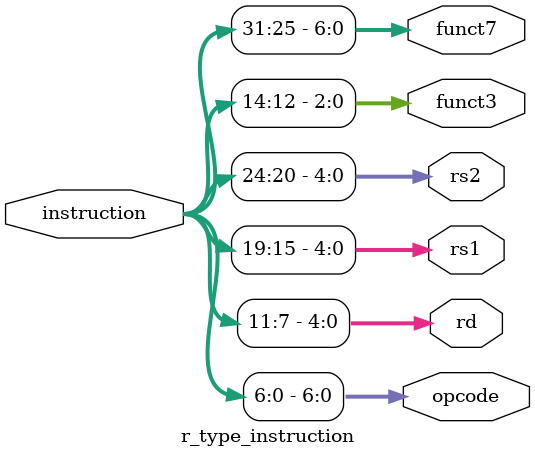
<source format=v>
module r_type_instruction(
    input [31:0] instruction,
    output [6:0] opcode, 
    output [4:0] rd,
    output [4:0] rs1,
    output [4:0] rs2,
    output [2:0] funct3,
    output [6:0] funct7
);
    assign opcode = instruction[6:0];   
    assign rd     = instruction[11:7];  
    assign funct3 = instruction[14:12]; 
    assign rs1    = instruction[19:15]; 
    assign rs2    = instruction[24:20]; 
    assign funct7 = instruction[31:25]; 
endmodule

</source>
